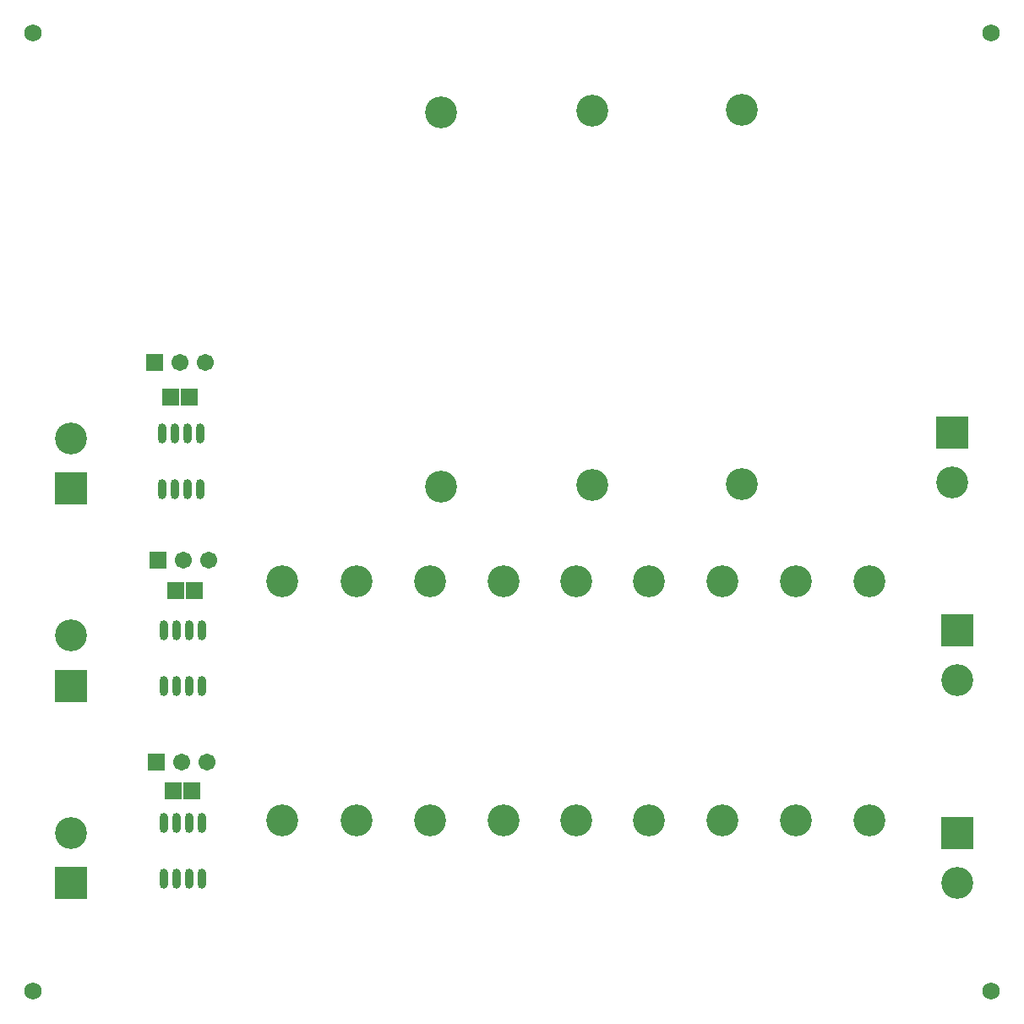
<source format=gbr>
G04 Layer_Color=8388736*
%FSLAX26Y26*%
%MOIN*%
%TF.FileFunction,Soldermask,Top*%
%TF.Part,Single*%
G01*
G75*
%TA.AperFunction,SMDPad,CuDef*%
%ADD22R,0.067055X0.070992*%
%ADD23O,0.033591X0.078866*%
%TA.AperFunction,ComponentPad*%
%ADD24C,0.067055*%
%ADD25R,0.067055X0.067055*%
%ADD26R,0.126110X0.126110*%
%ADD27C,0.126110*%
%TA.AperFunction,WasherPad*%
%ADD28C,0.068000*%
D22*
X542598Y-1435000D02*
D03*
X617402D02*
D03*
X562598Y-2200000D02*
D03*
X637402D02*
D03*
X552598Y-2990000D02*
D03*
X627402D02*
D03*
D23*
X660000Y-1579764D02*
D03*
X610000D02*
D03*
X560000D02*
D03*
X510000D02*
D03*
X660000Y-1800236D02*
D03*
X610000D02*
D03*
X560000D02*
D03*
X510000D02*
D03*
X665000Y-2354764D02*
D03*
X615000D02*
D03*
X565000D02*
D03*
X515000D02*
D03*
X665000Y-2575236D02*
D03*
X615000D02*
D03*
X565000D02*
D03*
X515000D02*
D03*
X665000Y-3115000D02*
D03*
X615000D02*
D03*
X565000D02*
D03*
X515000D02*
D03*
X665000Y-3335472D02*
D03*
X615000D02*
D03*
X565000D02*
D03*
X515000D02*
D03*
D24*
X691575Y-2080000D02*
D03*
X591575D02*
D03*
X680000Y-1300000D02*
D03*
X580000D02*
D03*
X685000Y-2875000D02*
D03*
X585000D02*
D03*
D25*
X491575Y-2080000D02*
D03*
X480000Y-1300000D02*
D03*
X485000Y-2875000D02*
D03*
D26*
X3625000Y-1577678D02*
D03*
X3645000Y-2355178D02*
D03*
Y-3156575D02*
D03*
X149449Y-1797402D02*
D03*
Y-2574902D02*
D03*
Y-3352402D02*
D03*
D27*
X3625000Y-1774528D02*
D03*
X3645000Y-2552028D02*
D03*
Y-3353425D02*
D03*
X982598Y-3107441D02*
D03*
Y-2162559D02*
D03*
X1275000Y-3107441D02*
D03*
Y-2162559D02*
D03*
X1565000Y-3107441D02*
D03*
Y-2162559D02*
D03*
X1610000Y-1788189D02*
D03*
Y-311811D02*
D03*
X1855000Y-3107441D02*
D03*
Y-2162559D02*
D03*
X2142599Y-3107441D02*
D03*
Y-2162559D02*
D03*
X2430000Y-3107441D02*
D03*
Y-2162559D02*
D03*
X2205000Y-1783189D02*
D03*
Y-306811D02*
D03*
X2720000Y-3107441D02*
D03*
Y-2162559D02*
D03*
X3010000Y-3107441D02*
D03*
Y-2162559D02*
D03*
X3300000Y-3107441D02*
D03*
Y-2162559D02*
D03*
X2795000Y-1778189D02*
D03*
Y-301811D02*
D03*
X149449Y-1600551D02*
D03*
Y-2378051D02*
D03*
Y-3155551D02*
D03*
D28*
X0Y-3779528D02*
D03*
Y0D02*
D03*
X3779528Y-3779528D02*
D03*
X3779527Y0D02*
D03*
%TF.MD5,40f3025ccfa6dd8e76b255eb03022c70*%
M02*

</source>
